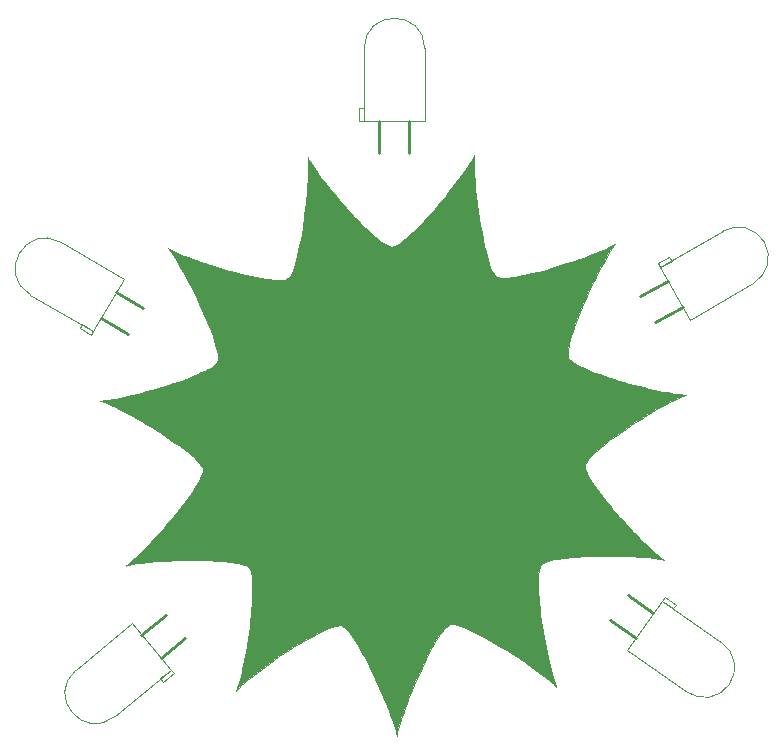
<source format=gbr>
%TF.GenerationSoftware,KiCad,Pcbnew,(5.1.8)-1*%
%TF.CreationDate,2022-03-30T16:06:01-07:00*%
%TF.ProjectId,Alpenglow_Sun_PCB,416c7065-6e67-46c6-9f77-5f53756e5f50,rev?*%
%TF.SameCoordinates,Original*%
%TF.FileFunction,Legend,Top*%
%TF.FilePolarity,Positive*%
%FSLAX46Y46*%
G04 Gerber Fmt 4.6, Leading zero omitted, Abs format (unit mm)*
G04 Created by KiCad (PCBNEW (5.1.8)-1) date 2022-03-30 16:06:01*
%MOMM*%
%LPD*%
G01*
G04 APERTURE LIST*
%ADD10C,0.120000*%
%ADD11C,0.254000*%
%ADD12C,0.010000*%
G04 APERTURE END LIST*
D10*
%TO.C,D1*%
X151384000Y-65468000D02*
X151384000Y-65468000D01*
D11*
X151384000Y-62798000D02*
X151384000Y-65468000D01*
D10*
X151384000Y-62798000D02*
X151384000Y-62798000D01*
X151384000Y-65468000D02*
X151384000Y-62798000D01*
X153924000Y-65468000D02*
X153924000Y-65468000D01*
D11*
X153924000Y-62798000D02*
X153924000Y-65468000D01*
D10*
X153924000Y-62798000D02*
X153924000Y-62798000D01*
X153924000Y-65468000D02*
X153924000Y-62798000D01*
X150094000Y-62798000D02*
X149694000Y-62798000D01*
X150094000Y-61678000D02*
X150094000Y-62798000D01*
X149694000Y-61678000D02*
X150094000Y-61678000D01*
X149694000Y-62798000D02*
X149694000Y-61678000D01*
X155214000Y-62798000D02*
X150094000Y-62798000D01*
X150094000Y-62798000D02*
X150094000Y-56638000D01*
X155214000Y-62798000D02*
X155214000Y-56638000D01*
X150094000Y-56638000D02*
G75*
G02*
X155214000Y-56638000I2560000J0D01*
G01*
%TO.C,D3*%
X173477507Y-77625895D02*
X173477507Y-77625895D01*
D11*
X175789795Y-76290895D02*
X173477507Y-77625895D01*
D10*
X175789795Y-76290895D02*
X175789795Y-76290895D01*
X173477507Y-77625895D02*
X175789795Y-76290895D01*
X174747507Y-79825600D02*
X174747507Y-79825600D01*
D11*
X177059795Y-78490600D02*
X174747507Y-79825600D01*
D10*
X177059795Y-78490600D02*
X177059795Y-78490600D01*
X174747507Y-79825600D02*
X177059795Y-78490600D01*
X175144795Y-75173723D02*
X174944795Y-74827313D01*
X176114744Y-74613723D02*
X175144795Y-75173723D01*
X175914744Y-74267313D02*
X176114744Y-74613723D01*
X174944795Y-74827313D02*
X175914744Y-74267313D01*
X177704795Y-79607773D02*
X175144795Y-75173723D01*
X175144795Y-75173723D02*
X180479512Y-72093723D01*
X177704795Y-79607773D02*
X183039512Y-76527773D01*
X180479512Y-72093723D02*
G75*
G02*
X183039512Y-76527773I1280000J-2217025D01*
G01*
%TO.C,D2*%
X130128693Y-80780705D02*
X130128693Y-80780705D01*
D11*
X127816405Y-79445705D02*
X130128693Y-80780705D01*
D10*
X127816405Y-79445705D02*
X127816405Y-79445705D01*
X130128693Y-80780705D02*
X127816405Y-79445705D01*
X131398693Y-78581000D02*
X131398693Y-78581000D01*
D11*
X129086405Y-77246000D02*
X131398693Y-78581000D01*
D10*
X129086405Y-77246000D02*
X129086405Y-77246000D01*
X131398693Y-78581000D02*
X129086405Y-77246000D01*
X127171405Y-80562877D02*
X126971405Y-80909287D01*
X126201456Y-80002877D02*
X127171405Y-80562877D01*
X126001456Y-80349287D02*
X126201456Y-80002877D01*
X126971405Y-80909287D02*
X126001456Y-80349287D01*
X129731405Y-76128827D02*
X127171405Y-80562877D01*
X127171405Y-80562877D02*
X121836688Y-77482877D01*
X129731405Y-76128827D02*
X124396688Y-73048827D01*
X121836688Y-77482877D02*
G75*
G02*
X124396688Y-73048827I1280000J2217025D01*
G01*
%TO.C,D4*%
X134917353Y-106525964D02*
X134917353Y-106525964D01*
D11*
X132872014Y-108242206D02*
X134917353Y-106525964D01*
D10*
X132872014Y-108242206D02*
X132872014Y-108242206D01*
X134917353Y-106525964D02*
X132872014Y-108242206D01*
X133284672Y-104580211D02*
X133284672Y-104580211D01*
D11*
X131239333Y-106296454D02*
X133284672Y-104580211D01*
D10*
X131239333Y-106296454D02*
X131239333Y-106296454D01*
X133284672Y-104580211D02*
X131239333Y-106296454D01*
X133701210Y-109230404D02*
X133958325Y-109536822D01*
X132843240Y-109950326D02*
X133701210Y-109230404D01*
X133100355Y-110256744D02*
X132843240Y-109950326D01*
X133958325Y-109536822D02*
X133100355Y-110256744D01*
X130410137Y-105308256D02*
X133701210Y-109230404D01*
X133701210Y-109230404D02*
X128982376Y-113189975D01*
X130410137Y-105308256D02*
X125691304Y-109267828D01*
X128982376Y-113189976D02*
G75*
G02*
X125691304Y-109267828I-1645536J1961074D01*
G01*
%TO.C,D5*%
X172394568Y-102932816D02*
X172394568Y-102932816D01*
D11*
X174581704Y-104464265D02*
X172394568Y-102932816D01*
D10*
X174581704Y-104464265D02*
X174581704Y-104464265D01*
X172394568Y-102932816D02*
X174581704Y-104464265D01*
X170937684Y-105013463D02*
X170937684Y-105013463D01*
D11*
X173124820Y-106544912D02*
X170937684Y-105013463D01*
D10*
X173124820Y-106544912D02*
X173124820Y-106544912D01*
X170937684Y-105013463D02*
X173124820Y-106544912D01*
X175321618Y-103407559D02*
X175551048Y-103079898D01*
X176239068Y-104049965D02*
X175321618Y-103407559D01*
X176468499Y-103722304D02*
X176239068Y-104049965D01*
X175551048Y-103079898D02*
X176468499Y-103722304D01*
X172384907Y-107601618D02*
X175321618Y-103407559D01*
X175321618Y-103407559D02*
X180367595Y-106940790D01*
X172384907Y-107601618D02*
X177430883Y-111134849D01*
X180367595Y-106940789D02*
G75*
G02*
X177430883Y-111134849I-1468356J-2097030D01*
G01*
D12*
%TO.C,G\u002A\u002A\u002A*%
G36*
X159415193Y-65660917D02*
G01*
X159405608Y-65670502D01*
X159396023Y-65660917D01*
X159405608Y-65651333D01*
X159415193Y-65660917D01*
G37*
X159415193Y-65660917D02*
X159405608Y-65670502D01*
X159396023Y-65660917D01*
X159405608Y-65651333D01*
X159415193Y-65660917D01*
G36*
X129912853Y-100415785D02*
G01*
X129903268Y-100425370D01*
X129893684Y-100415785D01*
X129903268Y-100406200D01*
X129912853Y-100415785D01*
G37*
X129912853Y-100415785D02*
X129903268Y-100425370D01*
X129893684Y-100415785D01*
X129903268Y-100406200D01*
X129912853Y-100415785D01*
G36*
X166354665Y-110709974D02*
G01*
X166345080Y-110719559D01*
X166335495Y-110709974D01*
X166345080Y-110700389D01*
X166354665Y-110709974D01*
G37*
X166354665Y-110709974D02*
X166345080Y-110719559D01*
X166335495Y-110709974D01*
X166345080Y-110700389D01*
X166354665Y-110709974D01*
G36*
X139267721Y-110997521D02*
G01*
X139258136Y-111007106D01*
X139248551Y-110997521D01*
X139258136Y-110987936D01*
X139267721Y-110997521D01*
G37*
X139267721Y-110997521D02*
X139258136Y-111007106D01*
X139248551Y-110997521D01*
X139258136Y-110987936D01*
X139267721Y-110997521D01*
G36*
X159381613Y-65814276D02*
G01*
X159376576Y-65890596D01*
X159373028Y-65998798D01*
X159370913Y-66132459D01*
X159370177Y-66285152D01*
X159370766Y-66450453D01*
X159372625Y-66621935D01*
X159375699Y-66793174D01*
X159379934Y-66957743D01*
X159385275Y-67109219D01*
X159391667Y-67241175D01*
X159394090Y-67280767D01*
X159438714Y-67881578D01*
X159494784Y-68497811D01*
X159561491Y-69124072D01*
X159638029Y-69754968D01*
X159723588Y-70385104D01*
X159817360Y-71009088D01*
X159918537Y-71621526D01*
X160026312Y-72217024D01*
X160139875Y-72790189D01*
X160258420Y-73335628D01*
X160373614Y-73818015D01*
X160474228Y-74201775D01*
X160574300Y-74547505D01*
X160673965Y-74855505D01*
X160773355Y-75126078D01*
X160872606Y-75359526D01*
X160971852Y-75556152D01*
X161071227Y-75716257D01*
X161170866Y-75840144D01*
X161270901Y-75928116D01*
X161325212Y-75960833D01*
X161446821Y-76005988D01*
X161602457Y-76036140D01*
X161790965Y-76051516D01*
X162011188Y-76052342D01*
X162261968Y-76038843D01*
X162542149Y-76011246D01*
X162850573Y-75969777D01*
X163186084Y-75914662D01*
X163547524Y-75846127D01*
X163933737Y-75764398D01*
X164343566Y-75669702D01*
X164775853Y-75562264D01*
X165229442Y-75442310D01*
X165703175Y-75310067D01*
X166195896Y-75165761D01*
X166706448Y-75009618D01*
X167233674Y-74841864D01*
X167504853Y-74753150D01*
X167908006Y-74618008D01*
X168300542Y-74482350D01*
X168680258Y-74347073D01*
X169044949Y-74213073D01*
X169392409Y-74081249D01*
X169720434Y-73952496D01*
X170026820Y-73827713D01*
X170309361Y-73707795D01*
X170565853Y-73593641D01*
X170794091Y-73486147D01*
X170991870Y-73386209D01*
X171156986Y-73294727D01*
X171281306Y-73216654D01*
X171367570Y-73157873D01*
X171305086Y-73233773D01*
X171190793Y-73381668D01*
X171063519Y-73562996D01*
X170924489Y-73775578D01*
X170774927Y-74017236D01*
X170616057Y-74285791D01*
X170449105Y-74579066D01*
X170275294Y-74894882D01*
X170095849Y-75231061D01*
X169911993Y-75585424D01*
X169724953Y-75955792D01*
X169535952Y-76339989D01*
X169398343Y-76626050D01*
X169164410Y-77123810D01*
X168942171Y-77610492D01*
X168732099Y-78084718D01*
X168534667Y-78545108D01*
X168350347Y-78990284D01*
X168179613Y-79418867D01*
X168022937Y-79829478D01*
X167880794Y-80220739D01*
X167753655Y-80591270D01*
X167641994Y-80939693D01*
X167546283Y-81264629D01*
X167466996Y-81564700D01*
X167404606Y-81838526D01*
X167359586Y-82084728D01*
X167332408Y-82301929D01*
X167323546Y-82488749D01*
X167333472Y-82643809D01*
X167333608Y-82644774D01*
X167355550Y-82757918D01*
X167389508Y-82848675D01*
X167442464Y-82930866D01*
X167521402Y-83018315D01*
X167523233Y-83020152D01*
X167655299Y-83136134D01*
X167824949Y-83257285D01*
X168031801Y-83383428D01*
X168275476Y-83514387D01*
X168555592Y-83649986D01*
X168871768Y-83790048D01*
X169223622Y-83934398D01*
X169610775Y-84082859D01*
X170032844Y-84235255D01*
X170482651Y-84389141D01*
X170877851Y-84518243D01*
X171284047Y-84645649D01*
X171698571Y-84770740D01*
X172118757Y-84892899D01*
X172541937Y-85011506D01*
X172965442Y-85125945D01*
X173386605Y-85235597D01*
X173802757Y-85339845D01*
X174211233Y-85438069D01*
X174609363Y-85529652D01*
X174994480Y-85613976D01*
X175363916Y-85690423D01*
X175715003Y-85758375D01*
X176045074Y-85817213D01*
X176351461Y-85866320D01*
X176631496Y-85905078D01*
X176882511Y-85932868D01*
X177101839Y-85949072D01*
X177233533Y-85953178D01*
X177348551Y-85954225D01*
X177243117Y-85988586D01*
X177067503Y-86051957D01*
X176863308Y-86136508D01*
X176632934Y-86240841D01*
X176378786Y-86363556D01*
X176103267Y-86503256D01*
X175808782Y-86658540D01*
X175497734Y-86828011D01*
X175172527Y-87010270D01*
X174835565Y-87203917D01*
X174489251Y-87407555D01*
X174135990Y-87619783D01*
X173778185Y-87839204D01*
X173418241Y-88064419D01*
X173058560Y-88294029D01*
X172701547Y-88526634D01*
X172349605Y-88760837D01*
X172005138Y-88995239D01*
X171670551Y-89228440D01*
X171647730Y-89244564D01*
X171229969Y-89544451D01*
X170843670Y-89830946D01*
X170489168Y-90103752D01*
X170166799Y-90362571D01*
X169876898Y-90607107D01*
X169619802Y-90837062D01*
X169395844Y-91052139D01*
X169205362Y-91252040D01*
X169048691Y-91436468D01*
X168926166Y-91605127D01*
X168861414Y-91712691D01*
X168831706Y-91770199D01*
X168813240Y-91818026D01*
X168803371Y-91868726D01*
X168799456Y-91934851D01*
X168798835Y-92009823D01*
X168800802Y-92099039D01*
X168808226Y-92177367D01*
X168823422Y-92253082D01*
X168848705Y-92334458D01*
X168886391Y-92429770D01*
X168938794Y-92547293D01*
X168964948Y-92603556D01*
X169075037Y-92820788D01*
X169212901Y-93062119D01*
X169377594Y-93326254D01*
X169568168Y-93611897D01*
X169783676Y-93917752D01*
X170023171Y-94242524D01*
X170285706Y-94584916D01*
X170570333Y-94943632D01*
X170876105Y-95317378D01*
X171202075Y-95704857D01*
X171403702Y-95939634D01*
X171694149Y-96271824D01*
X171988801Y-96602035D01*
X172285696Y-96928323D01*
X172582871Y-97248742D01*
X172878363Y-97561343D01*
X173170211Y-97864182D01*
X173456451Y-98155312D01*
X173735122Y-98432787D01*
X174004260Y-98694660D01*
X174261903Y-98938984D01*
X174506088Y-99163815D01*
X174734854Y-99367204D01*
X174946237Y-99547207D01*
X175138276Y-99701875D01*
X175309007Y-99829265D01*
X175364476Y-99867800D01*
X175417164Y-99904904D01*
X175449233Y-99930208D01*
X175455835Y-99939753D01*
X175451241Y-99938642D01*
X175399813Y-99924057D01*
X175317310Y-99905566D01*
X175210652Y-99884378D01*
X175086760Y-99861703D01*
X174952555Y-99838753D01*
X174814959Y-99816736D01*
X174680891Y-99796865D01*
X174557274Y-99780348D01*
X174521004Y-99775963D01*
X174123204Y-99733382D01*
X173708183Y-99697007D01*
X173272924Y-99666698D01*
X172814410Y-99642313D01*
X172329624Y-99623714D01*
X171815551Y-99610760D01*
X171269171Y-99603310D01*
X170758736Y-99601197D01*
X170376833Y-99601983D01*
X170027275Y-99604554D01*
X169704101Y-99609086D01*
X169401351Y-99615754D01*
X169113063Y-99624731D01*
X168833277Y-99636193D01*
X168556031Y-99650315D01*
X168275366Y-99667270D01*
X168099117Y-99679136D01*
X167636725Y-99715088D01*
X167212105Y-99755859D01*
X166824986Y-99801510D01*
X166475097Y-99852105D01*
X166162166Y-99907710D01*
X165885923Y-99968386D01*
X165646095Y-100034197D01*
X165442411Y-100105208D01*
X165274601Y-100181481D01*
X165142392Y-100263081D01*
X165045513Y-100350070D01*
X165004399Y-100404611D01*
X164943454Y-100528111D01*
X164892776Y-100687691D01*
X164852350Y-100882498D01*
X164822164Y-101111675D01*
X164802202Y-101374370D01*
X164792451Y-101669726D01*
X164792898Y-101996890D01*
X164803527Y-102355006D01*
X164824326Y-102743219D01*
X164855279Y-103160676D01*
X164896374Y-103606521D01*
X164947596Y-104079900D01*
X165008931Y-104579957D01*
X165080365Y-105105839D01*
X165081296Y-105112389D01*
X165148249Y-105566200D01*
X165219747Y-106018696D01*
X165295207Y-106467264D01*
X165374048Y-106909295D01*
X165455688Y-107342179D01*
X165539546Y-107763304D01*
X165625041Y-108170061D01*
X165711591Y-108559838D01*
X165798614Y-108930025D01*
X165885528Y-109278011D01*
X165971753Y-109601187D01*
X166056707Y-109896941D01*
X166139808Y-110162663D01*
X166220475Y-110395742D01*
X166298125Y-110593569D01*
X166306840Y-110613951D01*
X166317374Y-110640989D01*
X166317827Y-110653427D01*
X166304939Y-110648931D01*
X166275451Y-110625168D01*
X166226104Y-110579806D01*
X166153638Y-110510510D01*
X166128620Y-110486364D01*
X165931189Y-110303344D01*
X165701018Y-110103939D01*
X165439508Y-109889209D01*
X165148063Y-109660212D01*
X164828084Y-109418007D01*
X164480973Y-109163651D01*
X164108133Y-108898203D01*
X163710965Y-108622722D01*
X163290872Y-108338265D01*
X163220400Y-108291174D01*
X162740611Y-107975024D01*
X162269766Y-107672461D01*
X161809578Y-107384431D01*
X161361760Y-107111878D01*
X160928026Y-106855750D01*
X160510088Y-106616991D01*
X160109658Y-106396547D01*
X159728450Y-106195364D01*
X159368176Y-106014388D01*
X159030549Y-105854564D01*
X158717282Y-105716838D01*
X158430089Y-105602156D01*
X158207495Y-105523416D01*
X158047494Y-105472672D01*
X157914204Y-105435303D01*
X157799101Y-105409574D01*
X157693661Y-105393745D01*
X157589360Y-105386080D01*
X157526967Y-105384697D01*
X157440865Y-105386253D01*
X157377632Y-105394389D01*
X157321959Y-105412181D01*
X157271302Y-105436087D01*
X157172714Y-105499472D01*
X157060250Y-105594584D01*
X156936451Y-105718503D01*
X156803861Y-105868309D01*
X156665021Y-106041084D01*
X156522474Y-106233908D01*
X156378762Y-106443862D01*
X156334492Y-106511785D01*
X156191787Y-106741086D01*
X156037826Y-107002977D01*
X155874378Y-107293989D01*
X155703211Y-107610651D01*
X155526091Y-107949496D01*
X155344786Y-108307052D01*
X155161065Y-108679850D01*
X154976695Y-109064420D01*
X154793444Y-109457294D01*
X154613079Y-109855000D01*
X154493479Y-110125295D01*
X154322190Y-110521703D01*
X154155942Y-110916836D01*
X153995622Y-111308198D01*
X153842118Y-111693290D01*
X153696315Y-112069618D01*
X153559101Y-112434683D01*
X153431362Y-112785990D01*
X153313985Y-113121042D01*
X153207857Y-113437341D01*
X153113866Y-113732392D01*
X153032897Y-114003698D01*
X152965837Y-114248761D01*
X152913574Y-114465086D01*
X152876994Y-114650175D01*
X152869500Y-114697295D01*
X152846676Y-114850653D01*
X152832307Y-114754804D01*
X152799887Y-114581286D01*
X152750407Y-114376481D01*
X152684910Y-114142897D01*
X152604441Y-113883044D01*
X152510045Y-113599429D01*
X152402766Y-113294562D01*
X152283648Y-112970951D01*
X152153735Y-112631104D01*
X152014073Y-112277530D01*
X151865705Y-111912738D01*
X151709676Y-111539237D01*
X151547030Y-111159534D01*
X151378812Y-110776138D01*
X151206065Y-110391558D01*
X151029835Y-110008303D01*
X150851166Y-109628881D01*
X150671102Y-109255801D01*
X150490687Y-108891571D01*
X150310967Y-108538699D01*
X150132984Y-108199696D01*
X150003537Y-107960197D01*
X149776470Y-107553600D01*
X149560680Y-107183587D01*
X149356131Y-106850111D01*
X149162788Y-106553123D01*
X148980616Y-106292575D01*
X148809578Y-106068420D01*
X148649640Y-105880608D01*
X148500765Y-105729091D01*
X148362920Y-105613823D01*
X148236067Y-105534753D01*
X148208062Y-105521514D01*
X148093510Y-105489229D01*
X147951754Y-105481776D01*
X147782613Y-105499214D01*
X147585907Y-105541600D01*
X147361455Y-105608995D01*
X147109078Y-105701455D01*
X146828594Y-105819041D01*
X146519824Y-105961809D01*
X146182586Y-106129820D01*
X145934811Y-106259637D01*
X145588769Y-106448445D01*
X145228274Y-106653119D01*
X144856006Y-106871792D01*
X144474642Y-107102596D01*
X144086862Y-107343667D01*
X143695343Y-107593136D01*
X143302766Y-107849137D01*
X142911808Y-108109805D01*
X142525148Y-108373271D01*
X142145466Y-108637669D01*
X141775439Y-108901133D01*
X141417746Y-109161797D01*
X141075067Y-109417792D01*
X140750079Y-109667254D01*
X140445462Y-109908314D01*
X140163894Y-110139107D01*
X139908054Y-110357766D01*
X139680621Y-110562424D01*
X139484273Y-110751215D01*
X139473144Y-110762395D01*
X139395344Y-110840189D01*
X139341063Y-110892647D01*
X139307279Y-110922102D01*
X139290971Y-110930890D01*
X139289119Y-110921342D01*
X139297820Y-110897827D01*
X139358708Y-110742883D01*
X139423336Y-110552672D01*
X139491051Y-110330012D01*
X139561200Y-110077721D01*
X139633130Y-109798620D01*
X139706188Y-109495527D01*
X139779720Y-109171261D01*
X139853074Y-108828642D01*
X139925596Y-108470488D01*
X139996634Y-108099618D01*
X140065534Y-107718852D01*
X140131642Y-107331008D01*
X140149638Y-107221068D01*
X140235788Y-106671028D01*
X140313841Y-106133876D01*
X140383696Y-105611279D01*
X140445255Y-105104901D01*
X140498418Y-104616409D01*
X140543087Y-104147468D01*
X140579161Y-103699744D01*
X140606541Y-103274902D01*
X140625128Y-102874608D01*
X140634822Y-102500527D01*
X140635525Y-102154325D01*
X140627137Y-101837668D01*
X140609558Y-101552222D01*
X140582689Y-101299651D01*
X140546430Y-101081621D01*
X140522182Y-100975987D01*
X140480610Y-100845474D01*
X140427424Y-100725749D01*
X140367389Y-100626106D01*
X140307954Y-100558160D01*
X140201560Y-100482917D01*
X140058614Y-100411292D01*
X139880776Y-100343799D01*
X139669708Y-100280951D01*
X139427071Y-100223260D01*
X139154526Y-100171239D01*
X138949584Y-100138872D01*
X138624700Y-100096851D01*
X138265183Y-100060186D01*
X137874374Y-100028941D01*
X137455612Y-100003182D01*
X137012237Y-99982976D01*
X136547589Y-99968387D01*
X136065009Y-99959480D01*
X135567836Y-99956322D01*
X135059411Y-99958978D01*
X134543074Y-99967513D01*
X134022164Y-99981993D01*
X133500021Y-100002484D01*
X133075872Y-100023675D01*
X132703827Y-100046049D01*
X132341366Y-100071661D01*
X131991455Y-100100164D01*
X131657058Y-100131211D01*
X131341141Y-100164454D01*
X131046670Y-100199549D01*
X130776609Y-100236147D01*
X130533924Y-100273903D01*
X130321580Y-100312468D01*
X130142543Y-100351497D01*
X130038989Y-100378801D01*
X129984286Y-100393079D01*
X129947054Y-100399906D01*
X129937958Y-100399356D01*
X129948536Y-100386102D01*
X129982925Y-100359404D01*
X130013105Y-100338702D01*
X130140339Y-100248054D01*
X130289861Y-100129525D01*
X130459797Y-99985003D01*
X130648274Y-99816374D01*
X130853415Y-99625524D01*
X131073348Y-99414341D01*
X131306196Y-99184711D01*
X131550086Y-98938519D01*
X131803143Y-98677654D01*
X132063492Y-98404002D01*
X132329260Y-98119448D01*
X132598570Y-97825881D01*
X132869549Y-97525185D01*
X133140323Y-97219248D01*
X133336534Y-96993974D01*
X133679293Y-96592959D01*
X134007804Y-96199097D01*
X134320787Y-95814133D01*
X134616963Y-95439815D01*
X134895052Y-95077886D01*
X135153773Y-94730095D01*
X135391846Y-94398185D01*
X135607993Y-94083903D01*
X135800933Y-93788995D01*
X135969386Y-93515207D01*
X136112072Y-93264285D01*
X136210449Y-93073748D01*
X136304316Y-92869591D01*
X136373393Y-92690859D01*
X136418289Y-92534262D01*
X136439619Y-92396509D01*
X136437994Y-92274308D01*
X136414026Y-92164369D01*
X136390480Y-92105672D01*
X136312113Y-91967643D01*
X136199791Y-91813564D01*
X136054113Y-91643988D01*
X135875681Y-91459468D01*
X135665098Y-91260559D01*
X135422964Y-91047814D01*
X135149880Y-90821786D01*
X134846448Y-90583029D01*
X134513270Y-90332096D01*
X134273985Y-90157641D01*
X133942027Y-89922318D01*
X133595087Y-89683491D01*
X133235713Y-89442616D01*
X132866452Y-89201150D01*
X132489851Y-88960547D01*
X132108457Y-88722265D01*
X131724817Y-88487758D01*
X131341477Y-88258483D01*
X130960985Y-88035896D01*
X130585887Y-87821453D01*
X130218730Y-87616609D01*
X129862061Y-87422820D01*
X129518428Y-87241543D01*
X129190377Y-87074234D01*
X128880454Y-86922347D01*
X128591207Y-86787340D01*
X128325184Y-86670668D01*
X128084929Y-86573786D01*
X127872992Y-86498152D01*
X127871268Y-86497588D01*
X127737080Y-86453695D01*
X127890438Y-86451970D01*
X128065261Y-86443847D01*
X128273658Y-86423424D01*
X128513101Y-86391311D01*
X128781066Y-86348121D01*
X129075025Y-86294465D01*
X129392453Y-86230955D01*
X129730823Y-86158203D01*
X130087609Y-86076819D01*
X130460284Y-85987417D01*
X130846323Y-85890606D01*
X131243199Y-85787001D01*
X131648386Y-85677210D01*
X132059357Y-85561848D01*
X132473587Y-85441524D01*
X132888548Y-85316851D01*
X133301715Y-85188441D01*
X133710562Y-85056905D01*
X133871419Y-85003853D01*
X134356047Y-84839292D01*
X134810246Y-84677758D01*
X135233427Y-84519541D01*
X135624995Y-84364935D01*
X135984360Y-84214230D01*
X136310928Y-84067717D01*
X136604109Y-83925688D01*
X136863309Y-83788436D01*
X137087938Y-83656250D01*
X137277401Y-83529423D01*
X137431108Y-83408246D01*
X137548466Y-83293011D01*
X137628884Y-83184009D01*
X137649862Y-83143785D01*
X137687750Y-83024309D01*
X137705598Y-82874967D01*
X137703349Y-82695516D01*
X137680945Y-82485711D01*
X137638330Y-82245307D01*
X137575447Y-81974061D01*
X137492239Y-81671727D01*
X137388648Y-81338063D01*
X137264618Y-80972823D01*
X137120091Y-80575762D01*
X136955011Y-80146638D01*
X136942511Y-80114955D01*
X136798876Y-79759387D01*
X136644455Y-79391837D01*
X136480575Y-79014843D01*
X136308562Y-78630940D01*
X136129745Y-78242665D01*
X135945448Y-77852552D01*
X135757001Y-77463138D01*
X135565728Y-77076960D01*
X135372959Y-76696552D01*
X135180018Y-76324451D01*
X134988234Y-75963194D01*
X134798932Y-75615315D01*
X134613441Y-75283351D01*
X134433087Y-74969838D01*
X134259197Y-74677312D01*
X134093098Y-74408309D01*
X133936116Y-74165364D01*
X133789579Y-73951014D01*
X133654814Y-73767795D01*
X133558928Y-73648371D01*
X133472798Y-73546163D01*
X133576260Y-73612282D01*
X133711761Y-73691934D01*
X133881960Y-73780279D01*
X134084440Y-73876383D01*
X134316790Y-73979308D01*
X134576593Y-74088120D01*
X134861437Y-74201882D01*
X135168907Y-74319659D01*
X135496589Y-74440515D01*
X135842069Y-74563514D01*
X136202932Y-74687720D01*
X136576766Y-74812198D01*
X136961155Y-74936012D01*
X137120702Y-74986197D01*
X137650779Y-75148668D01*
X138169559Y-75301528D01*
X138675289Y-75444403D01*
X139166211Y-75576917D01*
X139640570Y-75698697D01*
X140096611Y-75809368D01*
X140532578Y-75908555D01*
X140946716Y-75995885D01*
X141337269Y-76070983D01*
X141702481Y-76133474D01*
X142040597Y-76182984D01*
X142349861Y-76219139D01*
X142628518Y-76241564D01*
X142874812Y-76249884D01*
X143031848Y-76246898D01*
X143219313Y-76233357D01*
X143374824Y-76209250D01*
X143504136Y-76170926D01*
X143613006Y-76114731D01*
X143707190Y-76037013D01*
X143792446Y-75934119D01*
X143874528Y-75802396D01*
X143944863Y-75667559D01*
X144043847Y-75446886D01*
X144142017Y-75188692D01*
X144239179Y-74893789D01*
X144335140Y-74562992D01*
X144429706Y-74197113D01*
X144522685Y-73796966D01*
X144613884Y-73363364D01*
X144703108Y-72897121D01*
X144790165Y-72399048D01*
X144874862Y-71869961D01*
X144921889Y-71555634D01*
X144981306Y-71133127D01*
X145037078Y-70705418D01*
X145088952Y-70275767D01*
X145136675Y-69847436D01*
X145179994Y-69423685D01*
X145218656Y-69007775D01*
X145252408Y-68602968D01*
X145280997Y-68212523D01*
X145304170Y-67839702D01*
X145321674Y-67487767D01*
X145333255Y-67159977D01*
X145338662Y-66859593D01*
X145337640Y-66589878D01*
X145329937Y-66354091D01*
X145328109Y-66320455D01*
X145320705Y-66198140D01*
X145313239Y-66085638D01*
X145306216Y-65989781D01*
X145300143Y-65917407D01*
X145295523Y-65875350D01*
X145294933Y-65871785D01*
X145297661Y-65859785D01*
X145315694Y-65880573D01*
X145347746Y-65932371D01*
X145378201Y-65986804D01*
X145499646Y-66198022D01*
X145646743Y-66433339D01*
X145817471Y-66690323D01*
X146009808Y-66966539D01*
X146221731Y-67259553D01*
X146451221Y-67566931D01*
X146696254Y-67886239D01*
X146954809Y-68215042D01*
X147224864Y-68550908D01*
X147504399Y-68891400D01*
X147791390Y-69234086D01*
X148083817Y-69576531D01*
X148379657Y-69916301D01*
X148676889Y-70250963D01*
X148973492Y-70578081D01*
X149267443Y-70895222D01*
X149556721Y-71199952D01*
X149839304Y-71489836D01*
X150113171Y-71762441D01*
X150376299Y-72015332D01*
X150417184Y-72053723D01*
X150684109Y-72300138D01*
X150928488Y-72518445D01*
X151152235Y-72710059D01*
X151357262Y-72876396D01*
X151545482Y-73018872D01*
X151718809Y-73138903D01*
X151879156Y-73237905D01*
X152028437Y-73317293D01*
X152168563Y-73378483D01*
X152243544Y-73405262D01*
X152348918Y-73428161D01*
X152460740Y-73428560D01*
X152581779Y-73405362D01*
X152714803Y-73357473D01*
X152862580Y-73283796D01*
X153027880Y-73183237D01*
X153213470Y-73054700D01*
X153309608Y-72983470D01*
X153522113Y-72815191D01*
X153753671Y-72617043D01*
X154002331Y-72391234D01*
X154266144Y-72139970D01*
X154543162Y-71865460D01*
X154831435Y-71569910D01*
X155129013Y-71255528D01*
X155433947Y-70924521D01*
X155744288Y-70579096D01*
X156058086Y-70221461D01*
X156373393Y-69853822D01*
X156688258Y-69478387D01*
X157000733Y-69097364D01*
X157308868Y-68712959D01*
X157610714Y-68327380D01*
X157904321Y-67942834D01*
X158187740Y-67561529D01*
X158459022Y-67185671D01*
X158574468Y-67021974D01*
X158709875Y-66825393D01*
X158841222Y-66628695D01*
X158965539Y-66436661D01*
X159079855Y-66254074D01*
X159181200Y-66085714D01*
X159266603Y-65936361D01*
X159333093Y-65810799D01*
X159354643Y-65766351D01*
X159394977Y-65680087D01*
X159381613Y-65814276D01*
G37*
X159381613Y-65814276D02*
X159376576Y-65890596D01*
X159373028Y-65998798D01*
X159370913Y-66132459D01*
X159370177Y-66285152D01*
X159370766Y-66450453D01*
X159372625Y-66621935D01*
X159375699Y-66793174D01*
X159379934Y-66957743D01*
X159385275Y-67109219D01*
X159391667Y-67241175D01*
X159394090Y-67280767D01*
X159438714Y-67881578D01*
X159494784Y-68497811D01*
X159561491Y-69124072D01*
X159638029Y-69754968D01*
X159723588Y-70385104D01*
X159817360Y-71009088D01*
X159918537Y-71621526D01*
X160026312Y-72217024D01*
X160139875Y-72790189D01*
X160258420Y-73335628D01*
X160373614Y-73818015D01*
X160474228Y-74201775D01*
X160574300Y-74547505D01*
X160673965Y-74855505D01*
X160773355Y-75126078D01*
X160872606Y-75359526D01*
X160971852Y-75556152D01*
X161071227Y-75716257D01*
X161170866Y-75840144D01*
X161270901Y-75928116D01*
X161325212Y-75960833D01*
X161446821Y-76005988D01*
X161602457Y-76036140D01*
X161790965Y-76051516D01*
X162011188Y-76052342D01*
X162261968Y-76038843D01*
X162542149Y-76011246D01*
X162850573Y-75969777D01*
X163186084Y-75914662D01*
X163547524Y-75846127D01*
X163933737Y-75764398D01*
X164343566Y-75669702D01*
X164775853Y-75562264D01*
X165229442Y-75442310D01*
X165703175Y-75310067D01*
X166195896Y-75165761D01*
X166706448Y-75009618D01*
X167233674Y-74841864D01*
X167504853Y-74753150D01*
X167908006Y-74618008D01*
X168300542Y-74482350D01*
X168680258Y-74347073D01*
X169044949Y-74213073D01*
X169392409Y-74081249D01*
X169720434Y-73952496D01*
X170026820Y-73827713D01*
X170309361Y-73707795D01*
X170565853Y-73593641D01*
X170794091Y-73486147D01*
X170991870Y-73386209D01*
X171156986Y-73294727D01*
X171281306Y-73216654D01*
X171367570Y-73157873D01*
X171305086Y-73233773D01*
X171190793Y-73381668D01*
X171063519Y-73562996D01*
X170924489Y-73775578D01*
X170774927Y-74017236D01*
X170616057Y-74285791D01*
X170449105Y-74579066D01*
X170275294Y-74894882D01*
X170095849Y-75231061D01*
X169911993Y-75585424D01*
X169724953Y-75955792D01*
X169535952Y-76339989D01*
X169398343Y-76626050D01*
X169164410Y-77123810D01*
X168942171Y-77610492D01*
X168732099Y-78084718D01*
X168534667Y-78545108D01*
X168350347Y-78990284D01*
X168179613Y-79418867D01*
X168022937Y-79829478D01*
X167880794Y-80220739D01*
X167753655Y-80591270D01*
X167641994Y-80939693D01*
X167546283Y-81264629D01*
X167466996Y-81564700D01*
X167404606Y-81838526D01*
X167359586Y-82084728D01*
X167332408Y-82301929D01*
X167323546Y-82488749D01*
X167333472Y-82643809D01*
X167333608Y-82644774D01*
X167355550Y-82757918D01*
X167389508Y-82848675D01*
X167442464Y-82930866D01*
X167521402Y-83018315D01*
X167523233Y-83020152D01*
X167655299Y-83136134D01*
X167824949Y-83257285D01*
X168031801Y-83383428D01*
X168275476Y-83514387D01*
X168555592Y-83649986D01*
X168871768Y-83790048D01*
X169223622Y-83934398D01*
X169610775Y-84082859D01*
X170032844Y-84235255D01*
X170482651Y-84389141D01*
X170877851Y-84518243D01*
X171284047Y-84645649D01*
X171698571Y-84770740D01*
X172118757Y-84892899D01*
X172541937Y-85011506D01*
X172965442Y-85125945D01*
X173386605Y-85235597D01*
X173802757Y-85339845D01*
X174211233Y-85438069D01*
X174609363Y-85529652D01*
X174994480Y-85613976D01*
X175363916Y-85690423D01*
X175715003Y-85758375D01*
X176045074Y-85817213D01*
X176351461Y-85866320D01*
X176631496Y-85905078D01*
X176882511Y-85932868D01*
X177101839Y-85949072D01*
X177233533Y-85953178D01*
X177348551Y-85954225D01*
X177243117Y-85988586D01*
X177067503Y-86051957D01*
X176863308Y-86136508D01*
X176632934Y-86240841D01*
X176378786Y-86363556D01*
X176103267Y-86503256D01*
X175808782Y-86658540D01*
X175497734Y-86828011D01*
X175172527Y-87010270D01*
X174835565Y-87203917D01*
X174489251Y-87407555D01*
X174135990Y-87619783D01*
X173778185Y-87839204D01*
X173418241Y-88064419D01*
X173058560Y-88294029D01*
X172701547Y-88526634D01*
X172349605Y-88760837D01*
X172005138Y-88995239D01*
X171670551Y-89228440D01*
X171647730Y-89244564D01*
X171229969Y-89544451D01*
X170843670Y-89830946D01*
X170489168Y-90103752D01*
X170166799Y-90362571D01*
X169876898Y-90607107D01*
X169619802Y-90837062D01*
X169395844Y-91052139D01*
X169205362Y-91252040D01*
X169048691Y-91436468D01*
X168926166Y-91605127D01*
X168861414Y-91712691D01*
X168831706Y-91770199D01*
X168813240Y-91818026D01*
X168803371Y-91868726D01*
X168799456Y-91934851D01*
X168798835Y-92009823D01*
X168800802Y-92099039D01*
X168808226Y-92177367D01*
X168823422Y-92253082D01*
X168848705Y-92334458D01*
X168886391Y-92429770D01*
X168938794Y-92547293D01*
X168964948Y-92603556D01*
X169075037Y-92820788D01*
X169212901Y-93062119D01*
X169377594Y-93326254D01*
X169568168Y-93611897D01*
X169783676Y-93917752D01*
X170023171Y-94242524D01*
X170285706Y-94584916D01*
X170570333Y-94943632D01*
X170876105Y-95317378D01*
X171202075Y-95704857D01*
X171403702Y-95939634D01*
X171694149Y-96271824D01*
X171988801Y-96602035D01*
X172285696Y-96928323D01*
X172582871Y-97248742D01*
X172878363Y-97561343D01*
X173170211Y-97864182D01*
X173456451Y-98155312D01*
X173735122Y-98432787D01*
X174004260Y-98694660D01*
X174261903Y-98938984D01*
X174506088Y-99163815D01*
X174734854Y-99367204D01*
X174946237Y-99547207D01*
X175138276Y-99701875D01*
X175309007Y-99829265D01*
X175364476Y-99867800D01*
X175417164Y-99904904D01*
X175449233Y-99930208D01*
X175455835Y-99939753D01*
X175451241Y-99938642D01*
X175399813Y-99924057D01*
X175317310Y-99905566D01*
X175210652Y-99884378D01*
X175086760Y-99861703D01*
X174952555Y-99838753D01*
X174814959Y-99816736D01*
X174680891Y-99796865D01*
X174557274Y-99780348D01*
X174521004Y-99775963D01*
X174123204Y-99733382D01*
X173708183Y-99697007D01*
X173272924Y-99666698D01*
X172814410Y-99642313D01*
X172329624Y-99623714D01*
X171815551Y-99610760D01*
X171269171Y-99603310D01*
X170758736Y-99601197D01*
X170376833Y-99601983D01*
X170027275Y-99604554D01*
X169704101Y-99609086D01*
X169401351Y-99615754D01*
X169113063Y-99624731D01*
X168833277Y-99636193D01*
X168556031Y-99650315D01*
X168275366Y-99667270D01*
X168099117Y-99679136D01*
X167636725Y-99715088D01*
X167212105Y-99755859D01*
X166824986Y-99801510D01*
X166475097Y-99852105D01*
X166162166Y-99907710D01*
X165885923Y-99968386D01*
X165646095Y-100034197D01*
X165442411Y-100105208D01*
X165274601Y-100181481D01*
X165142392Y-100263081D01*
X165045513Y-100350070D01*
X165004399Y-100404611D01*
X164943454Y-100528111D01*
X164892776Y-100687691D01*
X164852350Y-100882498D01*
X164822164Y-101111675D01*
X164802202Y-101374370D01*
X164792451Y-101669726D01*
X164792898Y-101996890D01*
X164803527Y-102355006D01*
X164824326Y-102743219D01*
X164855279Y-103160676D01*
X164896374Y-103606521D01*
X164947596Y-104079900D01*
X165008931Y-104579957D01*
X165080365Y-105105839D01*
X165081296Y-105112389D01*
X165148249Y-105566200D01*
X165219747Y-106018696D01*
X165295207Y-106467264D01*
X165374048Y-106909295D01*
X165455688Y-107342179D01*
X165539546Y-107763304D01*
X165625041Y-108170061D01*
X165711591Y-108559838D01*
X165798614Y-108930025D01*
X165885528Y-109278011D01*
X165971753Y-109601187D01*
X166056707Y-109896941D01*
X166139808Y-110162663D01*
X166220475Y-110395742D01*
X166298125Y-110593569D01*
X166306840Y-110613951D01*
X166317374Y-110640989D01*
X166317827Y-110653427D01*
X166304939Y-110648931D01*
X166275451Y-110625168D01*
X166226104Y-110579806D01*
X166153638Y-110510510D01*
X166128620Y-110486364D01*
X165931189Y-110303344D01*
X165701018Y-110103939D01*
X165439508Y-109889209D01*
X165148063Y-109660212D01*
X164828084Y-109418007D01*
X164480973Y-109163651D01*
X164108133Y-108898203D01*
X163710965Y-108622722D01*
X163290872Y-108338265D01*
X163220400Y-108291174D01*
X162740611Y-107975024D01*
X162269766Y-107672461D01*
X161809578Y-107384431D01*
X161361760Y-107111878D01*
X160928026Y-106855750D01*
X160510088Y-106616991D01*
X160109658Y-106396547D01*
X159728450Y-106195364D01*
X159368176Y-106014388D01*
X159030549Y-105854564D01*
X158717282Y-105716838D01*
X158430089Y-105602156D01*
X158207495Y-105523416D01*
X158047494Y-105472672D01*
X157914204Y-105435303D01*
X157799101Y-105409574D01*
X157693661Y-105393745D01*
X157589360Y-105386080D01*
X157526967Y-105384697D01*
X157440865Y-105386253D01*
X157377632Y-105394389D01*
X157321959Y-105412181D01*
X157271302Y-105436087D01*
X157172714Y-105499472D01*
X157060250Y-105594584D01*
X156936451Y-105718503D01*
X156803861Y-105868309D01*
X156665021Y-106041084D01*
X156522474Y-106233908D01*
X156378762Y-106443862D01*
X156334492Y-106511785D01*
X156191787Y-106741086D01*
X156037826Y-107002977D01*
X155874378Y-107293989D01*
X155703211Y-107610651D01*
X155526091Y-107949496D01*
X155344786Y-108307052D01*
X155161065Y-108679850D01*
X154976695Y-109064420D01*
X154793444Y-109457294D01*
X154613079Y-109855000D01*
X154493479Y-110125295D01*
X154322190Y-110521703D01*
X154155942Y-110916836D01*
X153995622Y-111308198D01*
X153842118Y-111693290D01*
X153696315Y-112069618D01*
X153559101Y-112434683D01*
X153431362Y-112785990D01*
X153313985Y-113121042D01*
X153207857Y-113437341D01*
X153113866Y-113732392D01*
X153032897Y-114003698D01*
X152965837Y-114248761D01*
X152913574Y-114465086D01*
X152876994Y-114650175D01*
X152869500Y-114697295D01*
X152846676Y-114850653D01*
X152832307Y-114754804D01*
X152799887Y-114581286D01*
X152750407Y-114376481D01*
X152684910Y-114142897D01*
X152604441Y-113883044D01*
X152510045Y-113599429D01*
X152402766Y-113294562D01*
X152283648Y-112970951D01*
X152153735Y-112631104D01*
X152014073Y-112277530D01*
X151865705Y-111912738D01*
X151709676Y-111539237D01*
X151547030Y-111159534D01*
X151378812Y-110776138D01*
X151206065Y-110391558D01*
X151029835Y-110008303D01*
X150851166Y-109628881D01*
X150671102Y-109255801D01*
X150490687Y-108891571D01*
X150310967Y-108538699D01*
X150132984Y-108199696D01*
X150003537Y-107960197D01*
X149776470Y-107553600D01*
X149560680Y-107183587D01*
X149356131Y-106850111D01*
X149162788Y-106553123D01*
X148980616Y-106292575D01*
X148809578Y-106068420D01*
X148649640Y-105880608D01*
X148500765Y-105729091D01*
X148362920Y-105613823D01*
X148236067Y-105534753D01*
X148208062Y-105521514D01*
X148093510Y-105489229D01*
X147951754Y-105481776D01*
X147782613Y-105499214D01*
X147585907Y-105541600D01*
X147361455Y-105608995D01*
X147109078Y-105701455D01*
X146828594Y-105819041D01*
X146519824Y-105961809D01*
X146182586Y-106129820D01*
X145934811Y-106259637D01*
X145588769Y-106448445D01*
X145228274Y-106653119D01*
X144856006Y-106871792D01*
X144474642Y-107102596D01*
X144086862Y-107343667D01*
X143695343Y-107593136D01*
X143302766Y-107849137D01*
X142911808Y-108109805D01*
X142525148Y-108373271D01*
X142145466Y-108637669D01*
X141775439Y-108901133D01*
X141417746Y-109161797D01*
X141075067Y-109417792D01*
X140750079Y-109667254D01*
X140445462Y-109908314D01*
X140163894Y-110139107D01*
X139908054Y-110357766D01*
X139680621Y-110562424D01*
X139484273Y-110751215D01*
X139473144Y-110762395D01*
X139395344Y-110840189D01*
X139341063Y-110892647D01*
X139307279Y-110922102D01*
X139290971Y-110930890D01*
X139289119Y-110921342D01*
X139297820Y-110897827D01*
X139358708Y-110742883D01*
X139423336Y-110552672D01*
X139491051Y-110330012D01*
X139561200Y-110077721D01*
X139633130Y-109798620D01*
X139706188Y-109495527D01*
X139779720Y-109171261D01*
X139853074Y-108828642D01*
X139925596Y-108470488D01*
X139996634Y-108099618D01*
X140065534Y-107718852D01*
X140131642Y-107331008D01*
X140149638Y-107221068D01*
X140235788Y-106671028D01*
X140313841Y-106133876D01*
X140383696Y-105611279D01*
X140445255Y-105104901D01*
X140498418Y-104616409D01*
X140543087Y-104147468D01*
X140579161Y-103699744D01*
X140606541Y-103274902D01*
X140625128Y-102874608D01*
X140634822Y-102500527D01*
X140635525Y-102154325D01*
X140627137Y-101837668D01*
X140609558Y-101552222D01*
X140582689Y-101299651D01*
X140546430Y-101081621D01*
X140522182Y-100975987D01*
X140480610Y-100845474D01*
X140427424Y-100725749D01*
X140367389Y-100626106D01*
X140307954Y-100558160D01*
X140201560Y-100482917D01*
X140058614Y-100411292D01*
X139880776Y-100343799D01*
X139669708Y-100280951D01*
X139427071Y-100223260D01*
X139154526Y-100171239D01*
X138949584Y-100138872D01*
X138624700Y-100096851D01*
X138265183Y-100060186D01*
X137874374Y-100028941D01*
X137455612Y-100003182D01*
X137012237Y-99982976D01*
X136547589Y-99968387D01*
X136065009Y-99959480D01*
X135567836Y-99956322D01*
X135059411Y-99958978D01*
X134543074Y-99967513D01*
X134022164Y-99981993D01*
X133500021Y-100002484D01*
X133075872Y-100023675D01*
X132703827Y-100046049D01*
X132341366Y-100071661D01*
X131991455Y-100100164D01*
X131657058Y-100131211D01*
X131341141Y-100164454D01*
X131046670Y-100199549D01*
X130776609Y-100236147D01*
X130533924Y-100273903D01*
X130321580Y-100312468D01*
X130142543Y-100351497D01*
X130038989Y-100378801D01*
X129984286Y-100393079D01*
X129947054Y-100399906D01*
X129937958Y-100399356D01*
X129948536Y-100386102D01*
X129982925Y-100359404D01*
X130013105Y-100338702D01*
X130140339Y-100248054D01*
X130289861Y-100129525D01*
X130459797Y-99985003D01*
X130648274Y-99816374D01*
X130853415Y-99625524D01*
X131073348Y-99414341D01*
X131306196Y-99184711D01*
X131550086Y-98938519D01*
X131803143Y-98677654D01*
X132063492Y-98404002D01*
X132329260Y-98119448D01*
X132598570Y-97825881D01*
X132869549Y-97525185D01*
X133140323Y-97219248D01*
X133336534Y-96993974D01*
X133679293Y-96592959D01*
X134007804Y-96199097D01*
X134320787Y-95814133D01*
X134616963Y-95439815D01*
X134895052Y-95077886D01*
X135153773Y-94730095D01*
X135391846Y-94398185D01*
X135607993Y-94083903D01*
X135800933Y-93788995D01*
X135969386Y-93515207D01*
X136112072Y-93264285D01*
X136210449Y-93073748D01*
X136304316Y-92869591D01*
X136373393Y-92690859D01*
X136418289Y-92534262D01*
X136439619Y-92396509D01*
X136437994Y-92274308D01*
X136414026Y-92164369D01*
X136390480Y-92105672D01*
X136312113Y-91967643D01*
X136199791Y-91813564D01*
X136054113Y-91643988D01*
X135875681Y-91459468D01*
X135665098Y-91260559D01*
X135422964Y-91047814D01*
X135149880Y-90821786D01*
X134846448Y-90583029D01*
X134513270Y-90332096D01*
X134273985Y-90157641D01*
X133942027Y-89922318D01*
X133595087Y-89683491D01*
X133235713Y-89442616D01*
X132866452Y-89201150D01*
X132489851Y-88960547D01*
X132108457Y-88722265D01*
X131724817Y-88487758D01*
X131341477Y-88258483D01*
X130960985Y-88035896D01*
X130585887Y-87821453D01*
X130218730Y-87616609D01*
X129862061Y-87422820D01*
X129518428Y-87241543D01*
X129190377Y-87074234D01*
X128880454Y-86922347D01*
X128591207Y-86787340D01*
X128325184Y-86670668D01*
X128084929Y-86573786D01*
X127872992Y-86498152D01*
X127871268Y-86497588D01*
X127737080Y-86453695D01*
X127890438Y-86451970D01*
X128065261Y-86443847D01*
X128273658Y-86423424D01*
X128513101Y-86391311D01*
X128781066Y-86348121D01*
X129075025Y-86294465D01*
X129392453Y-86230955D01*
X129730823Y-86158203D01*
X130087609Y-86076819D01*
X130460284Y-85987417D01*
X130846323Y-85890606D01*
X131243199Y-85787001D01*
X131648386Y-85677210D01*
X132059357Y-85561848D01*
X132473587Y-85441524D01*
X132888548Y-85316851D01*
X133301715Y-85188441D01*
X133710562Y-85056905D01*
X133871419Y-85003853D01*
X134356047Y-84839292D01*
X134810246Y-84677758D01*
X135233427Y-84519541D01*
X135624995Y-84364935D01*
X135984360Y-84214230D01*
X136310928Y-84067717D01*
X136604109Y-83925688D01*
X136863309Y-83788436D01*
X137087938Y-83656250D01*
X137277401Y-83529423D01*
X137431108Y-83408246D01*
X137548466Y-83293011D01*
X137628884Y-83184009D01*
X137649862Y-83143785D01*
X137687750Y-83024309D01*
X137705598Y-82874967D01*
X137703349Y-82695516D01*
X137680945Y-82485711D01*
X137638330Y-82245307D01*
X137575447Y-81974061D01*
X137492239Y-81671727D01*
X137388648Y-81338063D01*
X137264618Y-80972823D01*
X137120091Y-80575762D01*
X136955011Y-80146638D01*
X136942511Y-80114955D01*
X136798876Y-79759387D01*
X136644455Y-79391837D01*
X136480575Y-79014843D01*
X136308562Y-78630940D01*
X136129745Y-78242665D01*
X135945448Y-77852552D01*
X135757001Y-77463138D01*
X135565728Y-77076960D01*
X135372959Y-76696552D01*
X135180018Y-76324451D01*
X134988234Y-75963194D01*
X134798932Y-75615315D01*
X134613441Y-75283351D01*
X134433087Y-74969838D01*
X134259197Y-74677312D01*
X134093098Y-74408309D01*
X133936116Y-74165364D01*
X133789579Y-73951014D01*
X133654814Y-73767795D01*
X133558928Y-73648371D01*
X133472798Y-73546163D01*
X133576260Y-73612282D01*
X133711761Y-73691934D01*
X133881960Y-73780279D01*
X134084440Y-73876383D01*
X134316790Y-73979308D01*
X134576593Y-74088120D01*
X134861437Y-74201882D01*
X135168907Y-74319659D01*
X135496589Y-74440515D01*
X135842069Y-74563514D01*
X136202932Y-74687720D01*
X136576766Y-74812198D01*
X136961155Y-74936012D01*
X137120702Y-74986197D01*
X137650779Y-75148668D01*
X138169559Y-75301528D01*
X138675289Y-75444403D01*
X139166211Y-75576917D01*
X139640570Y-75698697D01*
X140096611Y-75809368D01*
X140532578Y-75908555D01*
X140946716Y-75995885D01*
X141337269Y-76070983D01*
X141702481Y-76133474D01*
X142040597Y-76182984D01*
X142349861Y-76219139D01*
X142628518Y-76241564D01*
X142874812Y-76249884D01*
X143031848Y-76246898D01*
X143219313Y-76233357D01*
X143374824Y-76209250D01*
X143504136Y-76170926D01*
X143613006Y-76114731D01*
X143707190Y-76037013D01*
X143792446Y-75934119D01*
X143874528Y-75802396D01*
X143944863Y-75667559D01*
X144043847Y-75446886D01*
X144142017Y-75188692D01*
X144239179Y-74893789D01*
X144335140Y-74562992D01*
X144429706Y-74197113D01*
X144522685Y-73796966D01*
X144613884Y-73363364D01*
X144703108Y-72897121D01*
X144790165Y-72399048D01*
X144874862Y-71869961D01*
X144921889Y-71555634D01*
X144981306Y-71133127D01*
X145037078Y-70705418D01*
X145088952Y-70275767D01*
X145136675Y-69847436D01*
X145179994Y-69423685D01*
X145218656Y-69007775D01*
X145252408Y-68602968D01*
X145280997Y-68212523D01*
X145304170Y-67839702D01*
X145321674Y-67487767D01*
X145333255Y-67159977D01*
X145338662Y-66859593D01*
X145337640Y-66589878D01*
X145329937Y-66354091D01*
X145328109Y-66320455D01*
X145320705Y-66198140D01*
X145313239Y-66085638D01*
X145306216Y-65989781D01*
X145300143Y-65917407D01*
X145295523Y-65875350D01*
X145294933Y-65871785D01*
X145297661Y-65859785D01*
X145315694Y-65880573D01*
X145347746Y-65932371D01*
X145378201Y-65986804D01*
X145499646Y-66198022D01*
X145646743Y-66433339D01*
X145817471Y-66690323D01*
X146009808Y-66966539D01*
X146221731Y-67259553D01*
X146451221Y-67566931D01*
X146696254Y-67886239D01*
X146954809Y-68215042D01*
X147224864Y-68550908D01*
X147504399Y-68891400D01*
X147791390Y-69234086D01*
X148083817Y-69576531D01*
X148379657Y-69916301D01*
X148676889Y-70250963D01*
X148973492Y-70578081D01*
X149267443Y-70895222D01*
X149556721Y-71199952D01*
X149839304Y-71489836D01*
X150113171Y-71762441D01*
X150376299Y-72015332D01*
X150417184Y-72053723D01*
X150684109Y-72300138D01*
X150928488Y-72518445D01*
X151152235Y-72710059D01*
X151357262Y-72876396D01*
X151545482Y-73018872D01*
X151718809Y-73138903D01*
X151879156Y-73237905D01*
X152028437Y-73317293D01*
X152168563Y-73378483D01*
X152243544Y-73405262D01*
X152348918Y-73428161D01*
X152460740Y-73428560D01*
X152581779Y-73405362D01*
X152714803Y-73357473D01*
X152862580Y-73283796D01*
X153027880Y-73183237D01*
X153213470Y-73054700D01*
X153309608Y-72983470D01*
X153522113Y-72815191D01*
X153753671Y-72617043D01*
X154002331Y-72391234D01*
X154266144Y-72139970D01*
X154543162Y-71865460D01*
X154831435Y-71569910D01*
X155129013Y-71255528D01*
X155433947Y-70924521D01*
X155744288Y-70579096D01*
X156058086Y-70221461D01*
X156373393Y-69853822D01*
X156688258Y-69478387D01*
X157000733Y-69097364D01*
X157308868Y-68712959D01*
X157610714Y-68327380D01*
X157904321Y-67942834D01*
X158187740Y-67561529D01*
X158459022Y-67185671D01*
X158574468Y-67021974D01*
X158709875Y-66825393D01*
X158841222Y-66628695D01*
X158965539Y-66436661D01*
X159079855Y-66254074D01*
X159181200Y-66085714D01*
X159266603Y-65936361D01*
X159333093Y-65810799D01*
X159354643Y-65766351D01*
X159394977Y-65680087D01*
X159381613Y-65814276D01*
%TD*%
M02*

</source>
